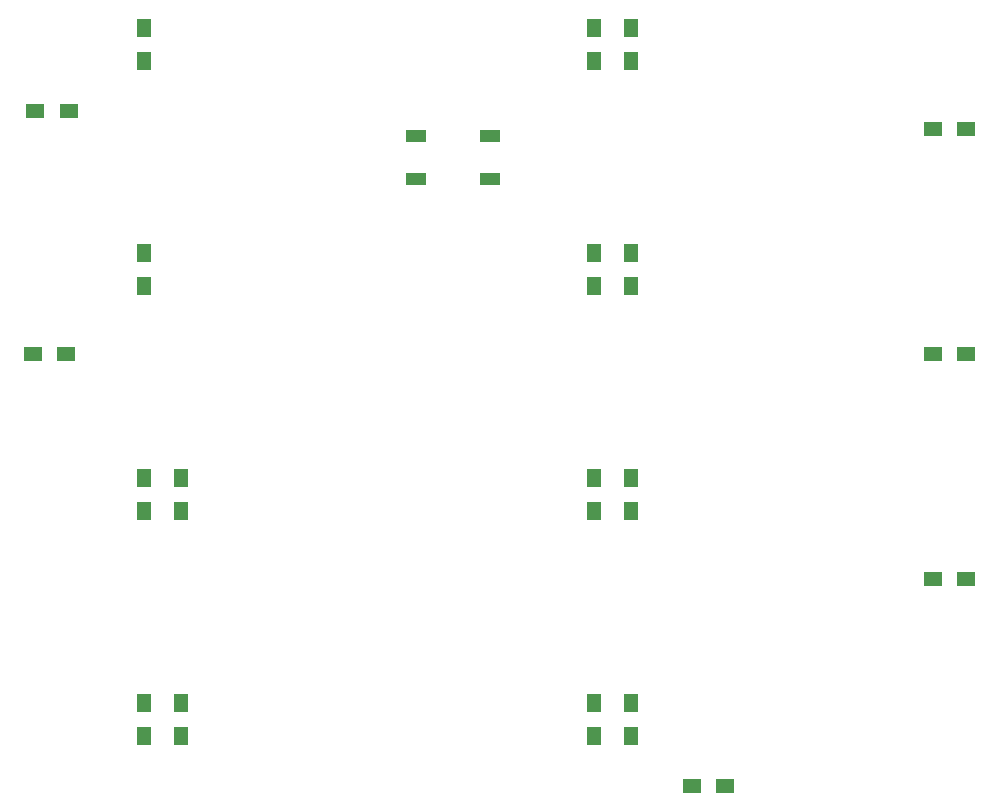
<source format=gbr>
%TF.GenerationSoftware,KiCad,Pcbnew,5.99.0-1.20211029git63d4d84.fc34*%
%TF.CreationDate,2021-10-30T18:32:49+11:00*%
%TF.ProjectId,peppermint,70657070-6572-46d6-996e-742e6b696361,rev?*%
%TF.SameCoordinates,Original*%
%TF.FileFunction,Paste,Bot*%
%TF.FilePolarity,Positive*%
%FSLAX46Y46*%
G04 Gerber Fmt 4.6, Leading zero omitted, Abs format (unit mm)*
G04 Created by KiCad (PCBNEW 5.99.0-1.20211029git63d4d84.fc34) date 2021-10-30 18:32:49*
%MOMM*%
%LPD*%
G01*
G04 APERTURE LIST*
%ADD10R,1.200000X1.600000*%
%ADD11R,1.800000X1.100000*%
%ADD12R,1.600000X1.200000*%
G04 APERTURE END LIST*
D10*
%TO.C,D4*%
X49212500Y-123637500D03*
X49212500Y-120837500D03*
%TD*%
D11*
%TO.C,SW1*%
X72306250Y-72762500D03*
X78506250Y-72762500D03*
X78506250Y-76462500D03*
X72306250Y-76462500D03*
%TD*%
D10*
%TO.C,D5*%
X49212500Y-66487500D03*
X49212500Y-63687500D03*
%TD*%
%TO.C,D8*%
X52387500Y-123637500D03*
X52387500Y-120837500D03*
%TD*%
%TO.C,D12*%
X87312500Y-123637500D03*
X87312500Y-120837500D03*
%TD*%
%TO.C,D7*%
X52387500Y-104587500D03*
X52387500Y-101787500D03*
%TD*%
D12*
%TO.C,D20*%
X95625000Y-127793750D03*
X98425000Y-127793750D03*
%TD*%
D10*
%TO.C,D9*%
X87312500Y-66487500D03*
X87312500Y-63687500D03*
%TD*%
%TO.C,D10*%
X87312500Y-85537500D03*
X87312500Y-82737500D03*
%TD*%
%TO.C,D3*%
X49212500Y-104587500D03*
X49212500Y-101787500D03*
%TD*%
%TO.C,D16*%
X90487500Y-123637500D03*
X90487500Y-120837500D03*
%TD*%
%TO.C,D6*%
X49212500Y-85537500D03*
X49212500Y-82737500D03*
%TD*%
%TO.C,D14*%
X90487500Y-85537500D03*
X90487500Y-82737500D03*
%TD*%
D12*
%TO.C,D18*%
X116075000Y-91281250D03*
X118875000Y-91281250D03*
%TD*%
%TO.C,D19*%
X116075000Y-110331250D03*
X118875000Y-110331250D03*
%TD*%
%TO.C,D17*%
X116075000Y-72231250D03*
X118875000Y-72231250D03*
%TD*%
D10*
%TO.C,D11*%
X87312500Y-104587500D03*
X87312500Y-101787500D03*
%TD*%
%TO.C,D15*%
X90487500Y-104587500D03*
X90487500Y-101787500D03*
%TD*%
D12*
%TO.C,D1*%
X42862500Y-70643750D03*
X40062500Y-70643750D03*
%TD*%
%TO.C,D2*%
X42675000Y-91281250D03*
X39875000Y-91281250D03*
%TD*%
D10*
%TO.C,D13*%
X90487500Y-66487500D03*
X90487500Y-63687500D03*
%TD*%
M02*

</source>
